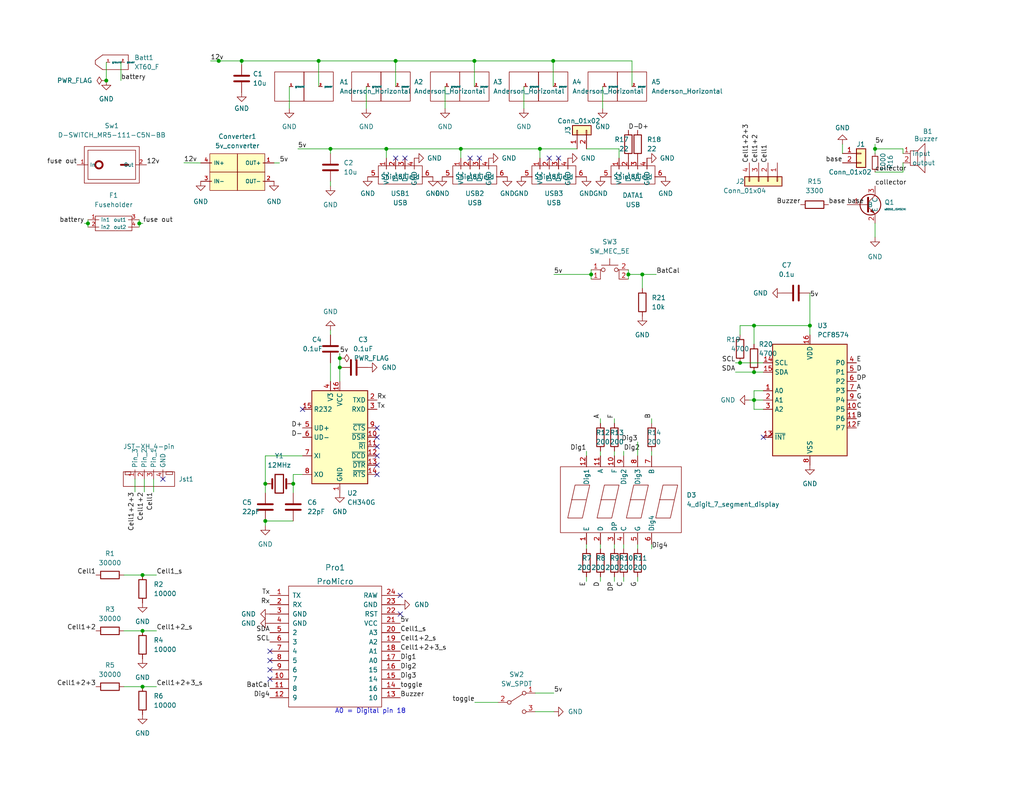
<source format=kicad_sch>
(kicad_sch (version 20230121) (generator eeschema)
  (paper "USLetter")
  (title_block (title "Power Distribution Board") (rev "1") (company "Pioneers in Engineering") (comment 1 "Design By: Justin H."))
  (lib_symbols
    (symbol "5v_converter_1"
      (property "Reference" "U" (at 0 8.5 0))
      (property "Value" "5v_converter_1" (at 0.5 6.5 0))
      (symbol "5v_converter_1_0_0"
        (pin passive line (at 10 2.5 180) (length 3) (name "OUT+") (number "1"))
        (pin passive line (at 10 -2.5 180) (length 3) (name "OUT-") (number "2"))
        (pin passive line (at -10 -2.5 0) (length 3) (name "IN-") (number "3"))
        (pin passive line (at -10 2.5 0) (length 3) (name "IN+") (number "4"))
      )
      (symbol "5v_converter_1_0_1"
        (rectangle (start 0 0) (end -7.5 -5) (fill (type background)))
        (rectangle (start 0 0) (end 7.5 -5) (fill (type background)))
        (rectangle (start 0 5) (end -7.5 0) (fill (type background)))
        (rectangle (start 0 5) (end 7.5 0) (fill (type background)))
      )
    )
    (symbol "Connector_Generic:Conn_01x02" (pin_names (offset 1.016) hide)
      (property "Reference" "J" (at 0 2.54 0))
      (property "Value" "Conn_01x02" (at 0 -5.08 0))
      (symbol "Conn_01x02_1_1"
        (rectangle (start -1.27 -2.413) (end 0 -2.667) (stroke (width 0.1524)))
        (rectangle (start -1.27 0.127) (end 0 -0.127) (stroke (width 0.1524)))
        (rectangle (start -1.27 1.27) (end 1.27 -3.81) (stroke (width 0.254)) (fill (type background)))
        (pin passive line (at -5.08 0 0) (length 3.81) (name "Pin_1") (number "1"))
        (pin passive line (at -5.08 -2.54 0) (length 3.81) (name "Pin_2") (number "2"))
      )
    )
    (symbol "Connector_Generic:Conn_01x04" (pin_names (offset 1.016) hide)
      (property "Reference" "J" (at 0 5.08 0))
      (property "Value" "Conn_01x04" (at 0 -7.62 0))
      (symbol "Conn_01x04_1_1"
        (rectangle (start -1.27 -4.953) (end 0 -5.207) (stroke (width 0.1524)))
        (rectangle (start -1.27 -2.413) (end 0 -2.667) (stroke (width 0.1524)))
        (rectangle (start -1.27 0.127) (end 0 -0.127) (stroke (width 0.1524)))
        (rectangle (start -1.27 2.667) (end 0 2.413) (stroke (width 0.1524)))
        (rectangle (start -1.27 3.81) (end 1.27 -6.35) (stroke (width 0.254)) (fill (type background)))
        (pin passive line (at -5.08 2.54 0) (length 3.81) (name "Pin_1") (number "1"))
        (pin passive line (at -5.08 0 0) (length 3.81) (name "Pin_2") (number "2"))
        (pin passive line (at -5.08 -2.54 0) (length 3.81) (name "Pin_3") (number "3"))
        (pin passive line (at -5.08 -5.08 0) (length 3.81) (name "Pin_4") (number "4"))
      )
    )
    (symbol "Device:C" (pin_numbers hide) (pin_names (offset 0.254))
      (property "Reference" "C" (at 0.635 2.54 0))
      (property "Value" "C" (at 0.635 -2.54 0))
      (symbol "C_0_1"
        (polyline (pts (xy -2.032 -0.762) (xy 2.032 -0.762)) (stroke (width 0.508)))
        (polyline (pts (xy -2.032 0.762) (xy 2.032 0.762)) (stroke (width 0.508)))
      )
      (symbol "C_1_1"
        (pin passive line (at 0 3.81 270) (length 2.794) (name "~") (number "1"))
        (pin passive line (at 0 -3.81 90) (length 2.794) (name "~") (number "2"))
      )
    )
    (symbol "Device:Crystal" (pin_numbers hide) (pin_names (offset 1.016) hide)
      (property "Reference" "Y" (at 0 3.81 0))
      (property "Value" "Crystal" (at 0 -3.81 0))
      (symbol "Crystal_0_1"
        (rectangle (start -1.143 2.54) (end 1.143 -2.54) (stroke (width 0.3048)))
        (polyline (pts (xy -2.54 0) (xy -1.905 0)))
        (polyline (pts (xy -1.905 -1.27) (xy -1.905 1.27)) (stroke (width 0.508)))
        (polyline (pts (xy 1.905 -1.27) (xy 1.905 1.27)) (stroke (width 0.508)))
        (polyline (pts (xy 2.54 0) (xy 1.905 0)))
      )
      (symbol "Crystal_1_1"
        (pin passive line (at -3.81 0 0) (length 1.27) (name "1") (number "1"))
        (pin passive line (at 3.81 0 180) (length 1.27) (name "2") (number "2"))
      )
    )
    (symbol "Device:R" (pin_numbers hide) (pin_names (offset 0))
      (property "Reference" "R" (at 2.032 0 90))
      (property "Value" "R" (at 0 0 90))
      (symbol "R_0_1"
        (rectangle (start -1.016 -2.54) (end 1.016 2.54) (stroke (width 0.254)))
      )
      (symbol "R_1_1"
        (pin passive line (at 0 3.81 270) (length 1.27) (name "~") (number "1"))
        (pin passive line (at 0 -3.81 90) (length 1.27) (name "~") (number "2"))
      )
    )
    (symbol "Device:R_Small" (pin_numbers hide) (pin_names (offset 0.254) hide)
      (property "Reference" "R" (at 0.762 0.508 0))
      (property "Value" "R_Small" (at 0.762 -1.016 0))
      (symbol "R_Small_0_1"
        (rectangle (start -0.762 1.778) (end 0.762 -1.778) (stroke (width 0.2032)))
      )
      (symbol "R_Small_1_1"
        (pin passive line (at 0 2.54 270) (length 0.762) (name "~") (number "1"))
        (pin passive line (at 0 -2.54 90) (length 0.762) (name "~") (number "2"))
      )
    )
    (symbol "GND_3" (power) (pin_names (offset 0))
      (property "Value" "GND_3" (at 0 -3.81 0))
      (symbol "GND_3_0_1"
        (polyline (pts (xy 0 0) (xy 0 -1.27) (xy 1.27 -1.27) (xy 0 -2.54) (xy -1.27 -1.27) (xy 0 -1.27)))
      )
      (symbol "GND_3_1_1"
        (pin power_in line (at 0 0 270) (length 0) hide (name "GND") (number "1"))
      )
    )
    (symbol "Interface_Expansion:PCF8574"
      (property "Reference" "U" (at -8.89 16.51 0))
      (property "Value" "PCF8574" (at 2.54 16.51 0))
      (symbol "PCF8574_0_1"
        (rectangle (start -10.16 15.24) (end 10.16 -15.24) (stroke (width 0.254)) (fill (type background)))
      )
      (symbol "PCF8574_1_1"
        (pin input line (at -12.7 2.54 0) (length 2.54) (name "A0") (number "1"))
        (pin bidirectional line (at 12.7 -2.54 180) (length 2.54) (name "P5") (number "10"))
        (pin bidirectional line (at 12.7 -5.08 180) (length 2.54) (name "P6") (number "11"))
        (pin bidirectional line (at 12.7 -7.62 180) (length 2.54) (name "P7") (number "12"))
        (pin open_collector output_low (at -12.7 -10.16 0) (length 2.54) (name "~{INT}") (number "13"))
        (pin input line (at -12.7 10.16 0) (length 2.54) (name "SCL") (number "14"))
        (pin bidirectional line (at -12.7 7.62 0) (length 2.54) (name "SDA") (number "15"))
        (pin power_in line (at 0 17.78 270) (length 2.54) (name "VDD") (number "16"))
        (pin input line (at -12.7 0 0) (length 2.54) (name "A1") (number "2"))
        (pin input line (at -12.7 -2.54 0) (length 2.54) (name "A2") (number "3"))
        (pin bidirectional line (at 12.7 10.16 180) (length 2.54) (name "P0") (number "4"))
        (pin bidirectional line (at 12.7 7.62 180) (length 2.54) (name "P1") (number "5"))
        (pin bidirectional line (at 12.7 5.08 180) (length 2.54) (name "P2") (number "6"))
        (pin bidirectional line (at 12.7 2.54 180) (length 2.54) (name "P3") (number "7"))
        (pin power_in line (at 0 -17.78 90) (length 2.54) (name "VSS") (number "8"))
        (pin bidirectional line (at 12.7 0 180) (length 2.54) (name "P4") (number "9"))
      )
    )
    (symbol "Interface_USB:CH340G"
      (property "Reference" "U" (at -5.08 13.97 0))
      (property "Value" "CH340G" (at 1.27 13.97 0))
      (symbol "CH340G_0_1"
        (rectangle (start -7.62 12.7) (end 7.62 -12.7) (stroke (width 0.254)) (fill (type background)))
      )
      (symbol "CH340G_1_1"
        (pin power_in line (at 0 -15.24 90) (length 2.54) (name "GND") (number "1"))
        (pin input line (at 10.16 0 180) (length 2.54) (name "~{DSR}") (number "10"))
        (pin input line (at 10.16 -2.54 180) (length 2.54) (name "~{RI}") (number "11"))
        (pin input line (at 10.16 -5.08 180) (length 2.54) (name "~{DCD}") (number "12"))
        (pin output line (at 10.16 -7.62 180) (length 2.54) (name "~{DTR}") (number "13"))
        (pin output line (at 10.16 -10.16 180) (length 2.54) (name "~{RTS}") (number "14"))
        (pin input line (at -10.16 7.62 0) (length 2.54) (name "R232") (number "15"))
        (pin power_in line (at 0 15.24 270) (length 2.54) (name "VCC") (number "16"))
        (pin output line (at 10.16 10.16 180) (length 2.54) (name "TXD") (number "2"))
        (pin input line (at 10.16 7.62 180) (length 2.54) (name "RXD") (number "3"))
        (pin passive line (at -2.54 15.24 270) (length 2.54) (name "V3") (number "4"))
        (pin bidirectional line (at -10.16 2.54 0) (length 2.54) (name "UD+") (number "5"))
        (pin bidirectional line (at -10.16 0 0) (length 2.54) (name "UD-") (number "6"))
        (pin input line (at -10.16 -5.08 0) (length 2.54) (name "XI") (number "7"))
        (pin output line (at -10.16 -10.16 0) (length 2.54) (name "XO") (number "8"))
        (pin input line (at 10.16 2.54 180) (length 2.54) (name "~{CTS}") (number "9"))
      )
    )
    (symbol "PiE_Symbols:4_digit_7_segment_display"
      (property "Reference" "D" (at 30 -2 0))
      (property "Value" "4_digit_7_segment_display" (at 30 1 0))
      (symbol "4_digit_7_segment_display_0_1"
        (rectangle (start -16 11) (end 17 -7))
        (polyline (pts (xy -9 2) (xy -13 2)))
        (polyline (pts (xy -1 2) (xy -5 2)))
        (polyline (pts (xy 7 2) (xy 3 2)))
        (polyline (pts (xy 15 2) (xy 11 2)))
        (polyline (pts (xy -12 6) (xy -8 6) (xy -10 -3) (xy -14 -3) (xy -12 6)))
        (polyline (pts (xy -4 6) (xy 0 6) (xy -2 -3) (xy -6 -3) (xy -4 6)))
        (polyline (pts (xy 4 6) (xy 8 6) (xy 6 -3) (xy 2 -3) (xy 4 6)))
        (polyline (pts (xy 12 6) (xy 16 6) (xy 14 -3) (xy 10 -3) (xy 12 6)))
      )
      (symbol "4_digit_7_segment_display_1_1"
        (pin passive line (at -8.89 -10.16 90) (length 3) (name "E") (number "1"))
        (pin passive line (at -1.27 13.97 270) (length 3) (name "F") (number "10"))
        (pin passive line (at -5.08 13.97 270) (length 3) (name "A") (number "11"))
        (pin passive line (at -8.89 13.97 270) (length 3) (name "Dig1") (number "12"))
        (pin passive line (at -5.08 -10.16 90) (length 3) (name "D") (number "2"))
        (pin passive line (at -1.27 -10.16 90) (length 3) (name "DP") (number "3"))
        (pin passive line (at 1.27 -10.16 90) (length 3) (name "C") (number "4"))
        (pin passive line (at 5.08 -10.16 90) (length 3) (name "G") (number "5"))
        (pin passive line (at 8.89 -10.16 90) (length 3) (name "Dig4") (number "6"))
        (pin passive line (at 8.89 13.97 270) (length 3) (name "B") (number "7"))
        (pin passive line (at 5.08 13.97 270) (length 3) (name "Dig3") (number "8"))
        (pin passive line (at 1.27 13.97 270) (length 3) (name "Dig2") (number "9"))
      )
    )
    (symbol "PiE_Symbols:Anderson_Horizontal"
      (property "Reference" "U" (at 0 4.54 0))
      (property "Value" "Anderson_Horizontal" (at 0 2 0))
      (symbol "Anderson_Horizontal_0_1"
        (rectangle (start 0 0) (end -8 -8))
        (rectangle (start 0 0) (end 8 -8))
      )
      (symbol "Anderson_Horizontal_1_1"
        (pin passive line (at -4 -4 0) (length 1) (name "ground") (number "1"))
        (pin passive line (at 4 -4 0) (length 1) (name "power") (number "2"))
      )
    )
    (symbol "PiE_Symbols:Buzzer"
      (property "Reference" "B" (at 0 9 0))
      (property "Value" "Buzzer" (at 0 11 0))
      (symbol "Buzzer_0_1"
        (rectangle (start -2 4) (end 2 2))
        (polyline (pts (xy -2 4) (xy -4 6) (xy 4 6) (xy 2 4)))
      )
      (symbol "Buzzer_1_1"
        (pin passive line (at -1.27 0 90) (length 2) (name "input") (number "1"))
        (pin passive line (at 1.27 0 90) (length 2) (name "output") (number "2"))
      )
    )
    (symbol "PiE_Symbols:D-SWITCH_MR5-111-C5N-BB"
      (property "Reference" "Sw" (at 0 6 0))
      (property "Value" "D-SWITCH_MR5-111-C5N-BB" (at 0 8 0))
      (symbol "D-SWITCH_MR5-111-C5N-BB_0_1"
        (rectangle (start -7 5) (end 8 -5))
        (rectangle (start -6 4) (end 7 -4))
        (circle (center -3 0) (radius 1) (stroke (width 0.5)))
        (polyline (pts (xy 3 0) (xy 5 0)) (stroke (width 0.5)))
      )
      (symbol "D-SWITCH_MR5-111-C5N-BB_1_1"
        (pin passive line (at -9 0 0) (length 3) (name "In") (number "1"))
        (pin passive line (at 10 0 180) (length 3) (name "Out") (number "2"))
      )
    )
    (symbol "PiE_Symbols:Fuseholder"
      (property "Reference" "F" (at 0 3 0))
      (property "Value" "Fuseholder" (at 0 5 0))
      (symbol "Fuseholder_0_0"
        (rectangle (start -5 2) (end 5 -2))
      )
      (symbol "Fuseholder_1_1"
        (pin passive line (at -7 1 0) (length 3) (name "in1") (number "1"))
        (pin passive line (at -7 -1 0) (length 3) (name "in2") (number "2"))
        (pin passive line (at 7 1 180) (length 3) (name "out1") (number "3"))
        (pin passive line (at 7 -1 180) (length 3) (name "out2") (number "4"))
      )
    )
    (symbol "PiE_Symbols:JST-XH_4-pin"
      (property "Reference" "Jst" (at 0 -10.16 0))
      (property "Value" "JST-XH_4-pin" (at 1.27 -8.89 0))
      (symbol "JST-XH_4-pin_0_1"
        (rectangle (start -7 2) (end 7 -2))
        (rectangle (start -6.5 2) (end -4.95 1.2))
        (rectangle (start 4.65 2) (end 6.45 1.25))
      )
      (symbol "JST-XH_4-pin_1_1"
        (pin passive line (at -3.81 0 90) (length 2.54) (name "Pin_3") (number "1"))
        (pin passive line (at -1.27 0 90) (length 2.54) (name "Pin_2") (number "2"))
        (pin passive line (at 1.27 0 90) (length 2.54) (name "Pin_1") (number "3"))
        (pin input line (at 3.81 0 90) (length 2.54) (name "GND") (number "4"))
      )
    )
    (symbol "PiE_Symbols:ProMicro" (pin_names (offset 1.016))
      (property "Reference" "U" (at 0 24.13 0))
      (property "Value" "ProMicro" (at 0 -13.97 0))
      (symbol "ProMicro_0_1"
        (rectangle (start -12.7 21.59) (end 12.7 -11.43))
      )
      (symbol "ProMicro_1_1"
        (pin bidirectional line (at -17.78 19.05 0) (length 5.08) (name "TX") (number "1"))
        (pin bidirectional line (at -17.78 -3.81 0) (length 5.08) (name "7") (number "10"))
        (pin bidirectional line (at -17.78 -6.35 0) (length 5.08) (name "8") (number "11"))
        (pin bidirectional line (at -17.78 -8.89 0) (length 5.08) (name "9") (number "12"))
        (pin bidirectional line (at 17.78 -8.89 180) (length 5.08) (name "10") (number "13"))
        (pin bidirectional line (at 17.78 -6.35 180) (length 5.08) (name "16") (number "14"))
        (pin bidirectional line (at 17.78 -3.81 180) (length 5.08) (name "14") (number "15"))
        (pin bidirectional line (at 17.78 -1.27 180) (length 5.08) (name "15") (number "16"))
        (pin bidirectional line (at 17.78 1.27 180) (length 5.08) (name "A0") (number "17"))
        (pin bidirectional line (at 17.78 3.81 180) (length 5.08) (name "A1") (number "18"))
        (pin bidirectional line (at 17.78 6.35 180) (length 5.08) (name "A2") (number "19"))
        (pin bidirectional line (at -17.78 16.51 0) (length 5.08) (name "RX") (number "2"))
        (pin bidirectional line (at 17.78 8.89 180) (length 5.08) (name "A3") (number "20"))
        (pin power_in line (at 17.78 11.43 180) (length 5.08) (name "VCC") (number "21"))
        (pin input line (at 17.78 13.97 180) (length 5.08) (name "RST") (number "22"))
        (pin power_in line (at 17.78 16.51 180) (length 5.08) (name "GND") (number "23"))
        (pin power_out line (at 17.78 19.05 180) (length 5.08) (name "RAW") (number "24"))
        (pin power_in line (at -17.78 13.97 0) (length 5.08) (name "GND") (number "3"))
        (pin power_in line (at -17.78 11.43 0) (length 5.08) (name "GND") (number "4"))
        (pin bidirectional line (at -17.78 8.89 0) (length 5.08) (name "2") (number "5"))
        (pin bidirectional line (at -17.78 6.35 0) (length 5.08) (name "3") (number "6"))
        (pin bidirectional line (at -17.78 3.81 0) (length 5.08) (name "4") (number "7"))
        (pin bidirectional line (at -17.78 1.27 0) (length 5.08) (name "5") (number "8"))
        (pin bidirectional line (at -17.78 -1.27 0) (length 5.08) (name "6") (number "9"))
      )
    )
    (symbol "PiE_Symbols:USB_Type_A_903-331A1011D10100"
      (property "Reference" "USB" (at 0 10 0))
      (property "Value" "USB_Type_A_903-331A1011D10100" (at 1 12 0))
      (symbol "USB_Type_A_903-331A1011D10100_0_1"
        (rectangle (start -6 2) (end 6 -3))
      )
      (symbol "USB_Type_A_903-331A1011D10100_1_1"
        (pin passive line (at 3.81 -5.08 90) (length 3) (name "VCC") (number "1"))
        (pin passive line (at 1.27 -5.08 90) (length 3) (name "D-") (number "2"))
        (pin passive line (at -1.27 -5.08 90) (length 3) (name "D+") (number "3"))
        (pin passive line (at -3.81 -5.08 90) (length 3) (name "GND") (number "4"))
        (pin passive line (at 8.89 0 180) (length 3) (name "Shield") (number "5"))
        (pin passive line (at -8.89 0 0) (length 3) (name "Shield") (number "6"))
      )
    )
    (symbol "PiE_Symbols:XT60_F"
      (property "Reference" "U" (at 0 3.81 0))
      (property "Value" "XT60_F" (at 0 1.27 0))
      (symbol "XT60_F_0_1"
        (polyline (pts (xy -5 -1.5) (xy -5 -2.5)))
        (polyline (pts (xy -5 -1.5) (xy -3 0)))
        (polyline (pts (xy -3 -4) (xy -5 -2.5)))
        (polyline (pts (xy -3 -4) (xy 4 -4)))
        (polyline (pts (xy 4 -4) (xy 4 0)))
        (polyline (pts (xy 4 0) (xy -3 0)))
      )
      (symbol "XT60_F_1_1"
        (pin passive line (at -2 -2 0) (length 1) (name "ground") (number "1"))
        (pin passive line (at 2 -2 0) (length 1) (name "power") (number "2"))
      )
    )
    (symbol "PiE_Symbols:s8050_JSMSEMI"
      (property "Reference" "Q" (at -3.5 3 0))
      (property "Value" "s8050_JSMSEMI" (at -4.5 -3.5 0))
      (symbol "s8050_JSMSEMI_0_1"
        (polyline (pts (xy -0.92 -0.5) (xy -0.285 -0.5)))
        (polyline (pts (xy -0.285 0.135) (xy 1.62 2.04)))
        (polyline (pts (xy -0.285 -1.135) (xy 1.62 -3.04) (xy 1.62 -3.04)))
        (polyline (pts (xy -0.285 1.405) (xy -0.285 -2.405) (xy -0.285 -2.405)) (stroke (width 0.508)))
        (polyline (pts (xy 0.35 -2.278) (xy 0.858 -1.77) (xy 1.366 -2.786) (xy 0.35 -2.278) (xy 0.35 -2.278)) (fill (type outline)))
        (circle (center 0.35 -0.5) (radius 2.8194) (stroke (width 0.254)))
      )
      (symbol "s8050_JSMSEMI_1_1"
        (pin input line (at -6 -0.5 0) (length 5.08) (name "B") (number "1"))
        (pin passive line (at 1.62 -5.58 90) (length 2.54) (name "E") (number "2"))
        (pin passive line (at 1.62 4.58 270) (length 2.54) (name "C") (number "3"))
      )
    )
    (symbol "Switch:SW_MEC_5E" (pin_names (offset 1.016) hide)
      (property "Reference" "SW3" (at 0 10.16 0))
      (property "Value" "SW_MEC_5E" (at 0 7.62 0))
      (symbol "SW_MEC_5E_0_1"
        (circle (center -1.778 2.54) (radius 0.508))
        (polyline (pts (xy -2.286 3.81) (xy 2.286 3.81)))
        (polyline (pts (xy 0 3.81) (xy 0 5.588)))
        (polyline (pts (xy -2.54 0) (xy -2.54 2.54) (xy -2.286 2.54)))
        (polyline (pts (xy 2.54 0) (xy 2.54 2.54) (xy 2.286 2.54)))
        (circle (center 1.778 2.54) (radius 0.508))
        (pin passive line (at -5.08 2.54 0) (length 2.54) (name "1") (number "1"))
      )
      (symbol "SW_MEC_5E_1_1"
        (pin passive line (at -5.08 0 0) (length 2.54) (name "2") (number "1"))
        (pin passive line (at 5.08 2.54 180) (length 2.54) (name "A") (number "2"))
        (pin passive line (at 5.08 0 180) (length 2.54) (name "K") (number "2"))
      )
    )
    (symbol "Switch:SW_SPDT" (pin_names (offset 0) hide)
      (property "Reference" "SW" (at 0 4.318 0))
      (property "Value" "SW_SPDT" (at 0 -5.08 0))
      (symbol "SW_SPDT_0_0"
        (circle (center -2.032 0) (radius 0.508))
        (circle (center 2.032 -2.54) (radius 0.508))
      )
      (symbol "SW_SPDT_0_1"
        (polyline (pts (xy -1.524 0.254) (xy 1.651 2.286)))
        (circle (center 2.032 2.54) (radius 0.508))
      )
      (symbol "SW_SPDT_1_1"
        (pin passive line (at 5.08 2.54 180) (length 2.54) (name "A") (number "1"))
        (pin passive line (at -5.08 0 0) (length 2.54) (name "B") (number "2"))
        (pin passive line (at 5.08 -2.54 180) (length 2.54) (name "C") (number "3"))
      )
    )
    (symbol "USB_Type_A_903-331A1011D10100_1"
      (property "Reference" "USB" (at 0 10 0))
      (property "Value" "USB_Type_A_903-331A1011D10100_1" (at 1 12 0))
      (symbol "USB_Type_A_903-331A1011D10100_1_0_1"
        (rectangle (start -6 2) (end 6 -3))
      )
      (symbol "USB_Type_A_903-331A1011D10100_1_1_1"
        (pin passive line (at 3.81 -5.08 90) (length 3) (name "VCC") (number "1"))
        (pin passive line (at 1.27 -5.08 90) (length 3) (name "D-") (number "2"))
        (pin passive line (at -1.27 -5.08 90) (length 3) (name "D+") (number "3"))
        (pin passive line (at -3.81 -5.08 90) (length 3) (name "GND") (number "4"))
        (pin passive line (at 8.89 0 180) (length 3) (name "Shield") (number "5"))
        (pin passive line (at -8.89 0 0) (length 3) (name "Shield") (number "6"))
      )
    )
    (symbol "USB_Type_A_903-331A1011D10100_2"
      (property "Reference" "USB" (at 0 10 0))
      (property "Value" "USB_Type_A_903-331A1011D10100_2" (at 1 12 0))
      (symbol "USB_Type_A_903-331A1011D10100_2_0_1"
        (rectangle (start -6 2) (end 6 -3))
      )
      (symbol "USB_Type_A_903-331A1011D10100_2_1_1"
        (pin passive line (at 3.81 -5.08 90) (length 3) (name "VCC") (number "1"))
        (pin passive line (at 1.27 -5.08 90) (length 3) (name "D-") (number "2"))
        (pin passive line (at -1.27 -5.08 90) (length 3) (name "D+") (number "3"))
        (pin passive line (at -3.81 -5.08 90) (length 3) (name "GND") (number "4"))
        (pin passive line (at 8.89 0 180) (length 3) (name "Shield") (number "5"))
        (pin passive line (at -8.89 0 0) (length 3) (name "Shield") (number "6"))
      )
    )
    (symbol "USB_Type_A_903-331A1011D10100_3"
      (property "Reference" "USB" (at 0 10 0))
      (property "Value" "USB_Type_A_903-331A1011D10100_3" (at 1 12 0))
      (symbol "USB_Type_A_903-331A1011D10100_3_0_1"
        (rectangle (start -6 2) (end 6 -3))
      )
      (symbol "USB_Type_A_903-331A1011D10100_3_1_1"
        (pin passive line (at 3.81 -5.08 90) (length 3) (name "VCC") (number "1"))
        (pin passive line (at 1.27 -5.08 90) (length 3) (name "D-") (number "2"))
        (pin passive line (at -1.27 -5.08 90) (length 3) (name "D+") (number "3"))
        (pin passive line (at -3.81 -5.08 90) (length 3) (name "GND") (number "4"))
        (pin passive line (at 8.89 0 180) (length 3) (name "Shield") (number "5"))
        (pin passive line (at -8.89 0 0) (length 3) (name "Shield") (number "6"))
      )
    )
    (symbol "power:GND" (power) (pin_names (offset 0))
      (property "Value" "GND" (at 0 -3.81 0))
      (symbol "GND_0_1"
        (polyline (pts (xy 0 0) (xy 0 -1.27) (xy 1.27 -1.27) (xy 0 -2.54) (xy -1.27 -1.27) (xy 0 -1.27)))
      )
      (symbol "GND_1_1"
        (pin power_in line (at 0 0 270) (length 0) hide (name "GND") (number "1"))
      )
    )
    (symbol "power:PWR_FLAG" (power) (pin_numbers hide) (pin_names (offset 0) hide)
      (property "Value" "PWR_FLAG" (at 0 3.81 0))
      (symbol "PWR_FLAG_0_0"
        (pin power_out line (at 0 0 90) (length 0) (name "pwr") (number "1"))
      )
      (symbol "PWR_FLAG_0_1"
        (polyline (pts (xy 0 0) (xy 0 1.27) (xy -1.016 1.905) (xy 0 2.54) (xy 1.016 1.905) (xy 0 1.27)))
      )
    )
  )
  (junction (at 238.76 40.64))
  (junction (at 38 61))
  (junction (at 205.74 101.6))
  (junction (at 38.89 157))
  (junction (at 220.98 88.9))
  (junction (at 125.73 40.64))
  (junction (at 65.94 16.63))
  (junction (at 86.94 16.63))
  (junction (at 161.29 74.93))
  (junction (at 105.41 40.64))
  (junction (at 38.89 172.24))
  (junction (at 24 61))
  (junction (at 72.39 142.24))
  (junction (at 205.74 109.22))
  (junction (at 175.26 74.93))
  (junction (at 129.44 16.63))
  (junction (at 107.94 16.63))
  (junction (at 150.94 16.63))
  (junction (at 92.71 97.79))
  (junction (at 92.71 100.33))
  (junction (at 59.69 16.63))
  (junction (at 205.74 88.9))
  (junction (at 171.45 74.93))
  (junction (at 38.89 187.48))
  (junction (at 201.93 99.06))
  (junction (at 29 22))
  (junction (at 80.01 132.08))
  (junction (at 90.17 40.64))
  (junction (at 72.39 132.08))
  (junction (at 147.32 40.64))
  (no_connect (at 102.87 119.38))
  (no_connect (at 149.86 43.18))
  (no_connect (at 102.87 121.92))
  (no_connect (at 128.27 43.18))
  (no_connect (at 102.87 127))
  (no_connect (at 102.87 129.54))
  (no_connect (at 44.45 130.81))
  (no_connect (at 107.95 43.18))
  (no_connect (at 110.49 43.18))
  (no_connect (at 152.4 43.18))
  (no_connect (at 109.22 162.56))
  (no_connect (at 109.22 167.64))
  (no_connect (at 130.81 43.18))
  (no_connect (at 208.28 119.38))
  (no_connect (at 102.87 116.84))
  (no_connect (at 102.87 124.46))
  (no_connect (at 82.55 111.76))
  (no_connect (at 73.66 177.8))
  (no_connect (at 73.66 180.34))
  (no_connect (at 73.66 182.88))
  (no_connect (at 73.66 185.42))
  (wire (pts (xy 246.38 41.91) (xy 246.38 40.64)))
  (wire (pts (xy 177.8 123.19) (xy 177.8 124.46)))
  (wire (pts (xy 170.18 123.19) (xy 170.18 124.46)))
  (wire (pts (xy 92.71 96.52) (xy 92.71 97.79)))
  (wire (pts (xy 175.26 74.93) (xy 179.07 74.93)))
  (wire (pts (xy 105.41 40.64) (xy 125.73 40.64)))
  (wire (pts (xy 78.94 23.63) (xy 78.94 29.63)))
  (wire (pts (xy 90.17 40.64) (xy 105.41 40.64)))
  (wire (pts (xy 38 60) (xy 38 61)))
  (wire (pts (xy 72.39 132.08) (xy 72.39 134.62)))
  (wire (pts (xy 147.32 40.64) (xy 147.32 43.18)))
  (wire (pts (xy 163.83 123.19) (xy 163.83 124.46)))
  (wire (pts (xy 200.66 101.6) (xy 205.74 101.6)))
  (wire (pts (xy 39.37 130.81) (xy 39.37 134.31)))
  (wire (pts (xy 90.17 99.06) (xy 90.17 104.14)))
  (wire (pts (xy 86.94 16.63) (xy 86.94 23.63)))
  (wire (pts (xy 86.94 16.63) (xy 107.94 16.63)))
  (wire (pts (xy 41.91 130.81) (xy 41.91 134.31)))
  (wire (pts (xy 205.74 106.68) (xy 208.28 106.68)))
  (wire (pts (xy 177.8 148.59) (xy 177.8 149.86)))
  (wire (pts (xy 160.02 123.19) (xy 160.02 124.46)))
  (wire (pts (xy 173.99 148.59) (xy 173.99 149.86)))
  (wire (pts (xy 50.18 44.44) (xy 54.77 44.49)))
  (wire (pts (xy 129.54 191.77) (xy 135.89 191.77)))
  (wire (pts (xy 125.73 40.64) (xy 147.32 40.64)))
  (wire (pts (xy 164.44 23.63) (xy 164.44 29.63)))
  (wire (pts (xy 205.74 88.9) (xy 220.98 88.9)))
  (wire (pts (xy 38 61) (xy 38 62)))
  (wire (pts (xy 82.55 124.46) (xy 72.39 124.46)))
  (wire (pts (xy 57.44 16.63) (xy 59.69 16.63)))
  (wire (pts (xy 38.89 187.48) (xy 42.7 187.48)))
  (wire (pts (xy 163.83 114.3) (xy 163.83 115.57)))
  (wire (pts (xy 163.83 157.48) (xy 163.83 158.75)))
  (wire (pts (xy 65.94 16.63) (xy 65.94 17.63)))
  (wire (pts (xy 90.17 91.44) (xy 90.17 90.17)))
  (wire (pts (xy 90.17 49.53) (xy 90.17 50.8)))
  (wire (pts (xy 246.38 44.45) (xy 246.38 46.99)))
  (wire (pts (xy 65.94 25.25) (xy 65.94 25.19)))
  (wire (pts (xy 151.13 74.93) (xy 161.29 74.93)))
  (wire (pts (xy 238.76 39.37) (xy 238.76 40.64)))
  (wire (pts (xy 107.94 16.63) (xy 129.44 16.63)))
  (wire (pts (xy 92.71 97.79) (xy 92.71 100.33)))
  (wire (pts (xy 107.94 16.63) (xy 107.94 23.63)))
  (wire (pts (xy 147.32 40.64) (xy 157.48 40.64)))
  (wire (pts (xy 160.02 148.59) (xy 160.02 149.86)))
  (wire (pts (xy 59.69 16.51) (xy 59.69 16.63)))
  (wire (pts (xy 168.91 40.64) (xy 168.91 43.18)))
  (wire (pts (xy 220.98 88.9) (xy 220.98 91.44)))
  (wire (pts (xy 72.39 124.46) (xy 72.39 132.08)))
  (wire (pts (xy 238.76 40.64) (xy 246.38 40.64)))
  (wire (pts (xy 33.81 172.24) (xy 38.89 172.24)))
  (wire (pts (xy 201.93 99.06) (xy 208.28 99.06)))
  (wire (pts (xy 24 61) (xy 24 62)))
  (wire (pts (xy 205.74 109.22) (xy 205.74 111.76)))
  (wire (pts (xy 238.76 60.96) (xy 238.76 64.77)))
  (wire (pts (xy 205.74 88.9) (xy 205.74 93.98)))
  (wire (pts (xy 129.44 16.63) (xy 129.44 23.63)))
  (wire (pts (xy 150.94 16.63) (xy 172.44 16.63)))
  (wire (pts (xy 204.47 109.22) (xy 205.74 109.22)))
  (wire (pts (xy 161.29 73.66) (xy 161.29 74.93)))
  (wire (pts (xy 205.74 109.22) (xy 205.74 106.68)))
  (wire (pts (xy 171.45 74.93) (xy 175.26 74.93)))
  (wire (pts (xy 121.44 23.63) (xy 121.44 29.63)))
  (wire (pts (xy 201.93 91.44) (xy 201.93 88.9)))
  (wire (pts (xy 205.74 101.6) (xy 208.28 101.6)))
  (wire (pts (xy 172.44 16.63) (xy 172.44 23.63)))
  (wire (pts (xy 72.39 142.24) (xy 72.39 143.51)))
  (wire (pts (xy 105.41 40.64) (xy 105.41 43.18)))
  (wire (pts (xy 80.01 132.08) (xy 80.01 134.62)))
  (wire (pts (xy 90.17 40.64) (xy 90.17 41.91)))
  (wire (pts (xy 173.99 157.48) (xy 173.99 158.75)))
  (wire (pts (xy 82.55 129.54) (xy 80.01 129.54)))
  (wire (pts (xy 129.44 16.63) (xy 150.94 16.63)))
  (wire (pts (xy 33 17) (xy 33 22)))
  (wire (pts (xy 33.81 157) (xy 38.89 157)))
  (wire (pts (xy 38.89 157) (xy 42.7 157)))
  (wire (pts (xy 125.73 40.64) (xy 125.73 43.18)))
  (wire (pts (xy 205.74 109.22) (xy 208.28 109.22)))
  (wire (pts (xy 72.39 142.24) (xy 80.01 142.24)))
  (wire (pts (xy 161.29 74.93) (xy 161.29 76.2)))
  (wire (pts (xy 173.99 120.65) (xy 173.99 124.46)))
  (wire (pts (xy 92.71 100.33) (xy 92.71 104.14)))
  (wire (pts (xy 146.05 189.23) (xy 151.13 189.23)))
  (wire (pts (xy 160.02 40.64) (xy 168.91 40.64)))
  (wire (pts (xy 81.28 40.64) (xy 90.17 40.64)))
  (wire (pts (xy 146.05 194.31) (xy 151.13 194.31)))
  (wire (pts (xy 170.18 148.59) (xy 170.18 149.86)))
  (wire (pts (xy 160.02 157.48) (xy 160.02 158.75)))
  (wire (pts (xy 150.94 16.63) (xy 150.94 23.63)))
  (wire (pts (xy 38 61) (xy 39 61)))
  (wire (pts (xy 177.8 114.3) (xy 177.8 115.57)))
  (wire (pts (xy 200.66 99.06) (xy 201.93 99.06)))
  (wire (pts (xy 208.28 111.76) (xy 205.74 111.76)))
  (wire (pts (xy 59.69 16.63) (xy 65.94 16.63)))
  (wire (pts (xy 33.81 187.48) (xy 38.89 187.48)))
  (wire (pts (xy 80.01 129.54) (xy 80.01 132.08)))
  (wire (pts (xy 167.64 114.3) (xy 167.64 115.57)))
  (wire (pts (xy 201.93 88.9) (xy 205.74 88.9)))
  (wire (pts (xy 24 60) (xy 24 61)))
  (wire (pts (xy 171.45 73.66) (xy 171.45 74.93)))
  (wire (pts (xy 167.64 123.19) (xy 167.64 124.46)))
  (wire (pts (xy 99.94 23.63) (xy 99.94 29.63)))
  (wire (pts (xy 167.64 157.48) (xy 167.64 158.75)))
  (wire (pts (xy 238.76 46.99) (xy 246.38 46.99)))
  (wire (pts (xy 163.83 148.59) (xy 163.83 149.86)))
  (wire (pts (xy 220.98 80.01) (xy 220.98 88.9)))
  (wire (pts (xy 167.64 148.59) (xy 167.64 149.86)))
  (wire (pts (xy 175.26 74.93) (xy 175.26 78.74)))
  (wire (pts (xy 65.94 16.63) (xy 86.94 16.63)))
  (wire (pts (xy 74.77 44.49) (xy 76.27 44.49)))
  (wire (pts (xy 238.76 40.64) (xy 238.76 41.91)))
  (wire (pts (xy 170.18 157.48) (xy 170.18 158.75)))
  (wire (pts (xy 23 61) (xy 24 61)))
  (wire (pts (xy 29 17) (xy 29 22)))
  (wire (pts (xy 38.89 172.24) (xy 42.7 172.24)))
  (wire (pts (xy 36.83 130.81) (xy 36.83 134.31)))
  (wire (pts (xy 171.45 74.93) (xy 171.45 76.2)))
  (wire (pts (xy 229.87 39.37) (xy 229.87 41.91)))
  (wire (pts (xy 142.94 23.63) (xy 142.94 29.63)))
  (text "A0 = Digital pin 18" (at 91.3556 194.97 0) (effects (font (size 1.27 1.27)) (justify left bottom)))
  (label "A" (at 233.68 106.68 0))
  (label "Rx" (at 73.66 165.1 180))
  (label "E" (at 160.02 158.75 270))
  (label "5v" (at 81.28 40.64 0))
  (label "SCL" (at 200.66 99.06 180))
  (label "B" (at 177.8 114.3 90))
  (label "12v" (at 57.44 16.63 0))
  (label "5v" (at 151.13 74.93 0))
  (label "toggle" (at 129.54 191.77 180))
  (label "Cell1+2+3_s" (at 109.22 177.8 0))
  (label "collector" (at 238.76 50.8 0))
  (label "SCL" (at 73.66 175.26 180))
  (label "5v" (at 238.76 39.37 0))
  (label "B" (at 233.68 114.3 0))
  (label "G" (at 173.99 158.75 270))
  (label "D+" (at 173.99 35.56 0))
  (label "Cell1" (at 41.91 134.31 270))
  (label "Dig2" (at 109.22 182.88 0))
  (label "C" (at 233.68 111.76 0))
  (label "D-" (at 82.55 119.38 180))
  (label "Dig1" (at 109.22 180.34 0))
  (label "DP" (at 233.68 104.14 0))
  (label "Cell1+2+3" (at 204.47 44.45 90))
  (label "toggle" (at 109.22 187.96 0))
  (label "base" (at 226.06 55.88 0))
  (label "12v" (at 50.18 44.44 0))
  (label "5v" (at 220.98 81.28 0))
  (label "battery" (at 33 22 0))
  (label "Cell1_s" (at 42.7 157 0))
  (label "Cell1+2_s" (at 42.7 172.24 0))
  (label "Cell1" (at 209.55 44.45 90))
  (label "Cell1+2+3" (at 36.83 134.31 270))
  (label "base" (at 229.87 44.45 180))
  (label "Dig4" (at 177.8 149.86 0))
  (label "G" (at 233.68 109.22 0))
  (label "Cell1_s" (at 109.22 172.72 0))
  (label "Cell1+2" (at 207.01 44.45 90))
  (label "Buzzer" (at 218.44 55.88 180))
  (label "Dig3" (at 109.22 185.42 0))
  (label "fuse out" (at 21 45 180))
  (label "F" (at 167.64 114.3 90))
  (label "BatCal" (at 179.07 74.93 0))
  (label "5v" (at 109.22 170.18 0))
  (label "Buzzer" (at 109.22 190.5 0))
  (label "D-" (at 171.45 35.56 0))
  (label "Cell1" (at 26.19 157 180))
  (label "Cell1+2" (at 26.19 172.24 180))
  (label "Cell1+2+3" (at 26.19 187.48 180))
  (label "F" (at 233.68 116.84 0))
  (label "fuse out" (at 39 61 0))
  (label "DP" (at 167.64 158.75 270))
  (label "C" (at 170.18 158.75 270))
  (label "Cell1+2" (at 39.37 134.31 270))
  (label "Tx" (at 102.87 111.76 0))
  (label "Dig4" (at 73.66 190.5 180))
  (label "D" (at 163.83 158.75 270))
  (label "SDA" (at 200.66 101.6 180))
  (label "collector" (at 238.76 46.99 0))
  (label "SDA" (at 73.66 172.72 180))
  (label "Cell1+2+3_s" (at 42.7 187.48 0))
  (label "E" (at 233.68 99.06 0))
  (label "Dig1" (at 160.02 123.19 180))
  (label "base" (at 231.14 55.88 0))
  (label "Dig3" (at 173.99 120.65 180))
  (label "D" (at 233.68 101.6 0))
  (label "5v" (at 76.27 44.49 0))
  (label "Tx" (at 73.66 162.56 180))
  (label "battery" (at 23 61 180))
  (label "5v" (at 92.71 96.52 0))
  (label "5v" (at 151.13 189.23 0))
  (label "Dig2" (at 170.18 123.19 0))
  (label "A" (at 163.83 114.3 90))
  (label "BatCal" (at 73.66 187.96 180))
  (label "D+" (at 82.55 116.84 180))
  (label "Cell1+2_s" (at 109.22 175.26 0))
  (label "Rx" (at 102.87 109.22 0))
  (label "12v" (at 40 45 0))
  (symbol (lib_id "Device:R") (at 30 157 90) (unit 1)
    (property "Reference" "R1" (at 30 151.13 90))
    (property "Value" "30000" (at 30 153.67 90))
    (property "Footprint" "Resistor_SMD:R_0603_1608Metric" (effects hide))
  )
  (symbol (lib_id "power:GND") (at 54.77 49.49 0) (unit 1)
    (property "Reference" "#PWR0115" (effects hide))
    (property "Value" "GND" (at 54.77 55.04 0))
  )
  (symbol (lib_id "Device:Crystal") (at 76.2 132.08 0) (unit 1)
    (property "Reference" "Y1" (at 76.2 124.46 0))
    (property "Value" "12MHz" (at 76.2 127 0))
    (property "Footprint" "PiE_Footprints:JYJE S1C12000VWFAC" (effects hide))
  )
  (symbol (lib_id "power:GND") (at 118.11 48.26 0) (unit 1)
    (property "Reference" "#PWR0122" (effects hide))
    (property "Value" "GND" (at 118.11 52.83 0))
  )
  (symbol (lib_id "power:GND") (at 151.13 194.31 90) (unit 1)
    (property "Reference" "#PWR0118" (effects hide))
    (property "Value" "GND" (at 154.94 194.3099 90) (effects (justify right)))
  )
  (symbol (lib_id "Switch:SW_MEC_5E") (at 166.37 76.2 0) (unit 1)
    (property "Reference" "SW3" (at 166.37 66.04 0))
    (property "Value" "SW_MEC_5E" (at 166.37 68.58 0))
    (property "Footprint" "Button_Switch_THT:SW_PUSH_6mm" (effects hide))
    (property "Datasheet" "http://www.apem.com/int/index.php?controller=attachment&id_attachment=1371" (effects hide))
  )
  (symbol (lib_id "Device:R") (at 38.89 176.05 180) (unit 1)
    (property "Reference" "R4" (at 41.91 174.7799 0) (effects (justify right)))
    (property "Value" "10000" (at 41.91 177.3199 0) (effects (justify right)))
    (property "Footprint" "Resistor_SMD:R_0603_1608Metric" (effects hide))
  )
  (symbol (lib_id "power:GND") (at 160.02 48.26 0) (unit 1)
    (property "Reference" "#PWR0114" (effects hide))
    (property "Value" "GND" (at 160.02 52.83 0))
  )
  (symbol (lib_id "Device:R") (at 175.26 82.55 0) (unit 1)
    (property "Reference" "R21" (at 177.8 81.28 0) (effects (justify left)))
    (property "Value" "10k" (at 177.8 83.82 0) (effects (justify left)))
    (property "Footprint" "Resistor_SMD:R_0402_1005Metric" (effects hide))
  )
  (symbol (lib_id "power:GND") (at 65.94 25.19 0) (unit 1)
    (property "Reference" "#PWR0108" (effects hide))
    (property "Value" "GND" (at 65.94 29.6 0))
  )
  (symbol (lib_id "Device:R_Small") (at 238.76 44.45 0) (unit 1)
    (property "Reference" "R16" (at 242.924 44.206 90))
    (property "Value" "1000" (at 240.924 44.206 90))
    (property "Footprint" "Resistor_SMD:R_0603_1608Metric" (effects hide))
  )
  (symbol (lib_id "PiE_Symbols:4_digit_7_segment_display") (at 168.91 138.43 0) (unit 1)
    (property "Reference" "D3" (at 187.31 135.1599 0) (effects (justify left)))
    (property "Value" "4_digit_7_segment_display" (at 187.31 137.6999 0) (effects (justify left)))
    (property "Footprint" "PiE_Footprints:LED-SEG-TH_12P-L30.0-W13.7-P2.54-S10.16-BL" (effects hide))
  )
  (symbol (lib_id "Device:R") (at 38.89 160.81 0) (unit 1)
    (property "Reference" "R2" (at 41.91 159.5399 0) (effects (justify left)))
    (property "Value" "10000" (at 41.91 162.0799 0) (effects (justify left)))
    (property "Footprint" "Resistor_SMD:R_0603_1608Metric" (effects hide))
  )
  (symbol (lib_id "power:GND") (at 164.44 29.63 0) (unit 1)
    (property "Reference" "#PWR0105" (effects hide))
    (property "Value" "GND" (at 164.44 34.58 0))
  )
  (symbol (lib_id "Device:C") (at 90.17 95.25 180) (unit 1)
    (property "Reference" "C4" (at 85.09 92.71 0) (effects (justify right)))
    (property "Value" "0.1uF" (at 82.55 95.25 0) (effects (justify right)))
    (property "Footprint" "Capacitor_SMD:C_0603_1608Metric" (effects hide))
  )
  (symbol (lib_id "Device:R") (at 167.64 153.67 0) (unit 1)
    (property "Reference" "R9" (at 166.37 152.4 0) (effects (justify left)))
    (property "Value" "200" (at 165.1 154.94 0) (effects (justify left)))
    (property "Footprint" "Resistor_SMD:R_0603_1608Metric" (effects hide))
  )
  (symbol (lib_id "Interface_USB:CH340G") (at 92.71 119.38 0) (unit 1)
    (property "Reference" "U2" (at 94.7294 134.62 0) (effects (justify left)))
    (property "Value" "CH340G" (at 94.7294 137.16 0) (effects (justify left)))
    (property "Footprint" "PiE_Footprints:CH340g" (effects hide))
    (property "Datasheet" "http://www.datasheet5.com/pdf-local-2195953" (effects hide))
  )
  (symbol (lib_id "power:GND") (at 163.83 48.26 0) (unit 1)
    (property "Reference" "#PWR0113" (effects hide))
    (property "Value" "GND" (at 163.83 52.83 0))
  )
  (symbol (lib_id "power:GND") (at 120.65 48.26 0) (unit 1)
    (property "Reference" "#PWR0123" (effects hide))
    (property "Value" "GND" (at 120.65 52.83 0))
  )
  (symbol (lib_id "Device:R") (at 173.99 39.37 0) (unit 1)
    (property "Reference" "R18" (at 176.53 38.0999 0) (effects (justify left)))
    (property "Value" "22" (at 176.53 40.6399 0) (effects (justify left)))
    (property "Footprint" "Resistor_SMD:R_0603_1608Metric" (effects hide))
  )
  (symbol (lib_id "power:GND") (at 142.24 48.26 0) (unit 1)
    (property "Reference" "#PWR0129" (effects hide))
    (property "Value" "GND" (at 142.24 52.83 0))
  )
  (symbol (lib_id "PiE_Symbols:D-SWITCH_MR5-111-C5N-BB") (at 30 45 0) (unit 1)
    (property "Reference" "Sw1" (at 30.5 34.332 0))
    (property "Value" "D-SWITCH_MR5-111-C5N-BB" (at 30.5 36.872 0))
    (property "Footprint" "PiE_Footprints:Rocker Switch" (effects hide))
  )
  (symbol (lib_id "power:PWR_FLAG") (at 29 22 90) (unit 1)
    (property "Reference" "#FLG0101" (effects hide))
    (property "Value" "PWR_FLAG" (at 25.2 21.9999 90) (effects (justify left)))
  )
  (symbol (lib_name "USB_Type_A_903-331A1011D10100_2") (lib_id "PiE_Symbols:USB_Type_A_903-331A1011D10100") (at 151.13 48.26 180) (unit 1)
    (property "Reference" "USB3" (at 151.13 52.83 0))
    (property "Value" "USB" (at 151.13 55.37 0))
    (property "Footprint" "PiE_Footprints:USB-A_female" (effects hide))
  )
  (symbol (lib_id "power:GND") (at 73.66 167.64 270) (unit 1)
    (property "Reference" "#PWR0131" (effects hide))
    (property "Value" "GND" (at 69.85 167.6399 90) (effects (justify right)))
  )
  (symbol (lib_id "Interface_Expansion:PCF8574") (at 220.98 109.22 0) (unit 1)
    (property "Reference" "U3" (at 222.9994 88.9 0) (effects (justify left)))
    (property "Value" "PCF8574" (at 222.9994 91.44 0) (effects (justify left)))
    (property "Footprint" "PiE_Footprints:PCF8574T" (effects hide))
    (property "Datasheet" "http://www.nxp.com/documents/data_sheet/PCF8574_PCF8574A.pdf" (effects hide))
  )
  (symbol (lib_id "Device:R") (at 163.83 153.67 0) (unit 1)
    (property "Reference" "R8" (at 162.56 152.4 0) (effects (justify left)))
    (property "Value" "200" (at 161.29 154.94 0) (effects (justify left)))
    (property "Footprint" "Resistor_SMD:R_0603_1608Metric" (effects hide))
  )
  (symbol (lib_id "PiE_Symbols:s8050_JSMSEMI") (at 237.14 55.38 0) (unit 1)
    (property "Reference" "Q1" (at 241.3 55.2449 0) (effects (justify left)))
    (property "Value" "s8050_JSMSEMI" (at 241.3 57.15 0) (effects (font (size 0.5 0.5)) (justify left)))
    (property "Footprint" "PiE_Footprints:s8050 JSMSEMI" (effects hide))
  )
  (symbol (lib_id "power:GND") (at 100.33 100.33 90) (unit 1)
    (property "Reference" "#PWR0136" (effects hide))
    (property "Value" "GND" (at 104.14 100.3299 90) (effects (justify right)))
  )
  (symbol (lib_id "PiE_Symbols:USB_Type_A_903-331A1011D10100") (at 109.22 48.26 180) (unit 1)
    (property "Reference" "USB1" (at 109.22 52.83 0))
    (property "Value" "USB" (at 109.22 55.37 0))
    (property "Footprint" "PiE_Footprints:USB-A_female" (effects hide))
  )
  (symbol (lib_id "PiE_Symbols:Anderson_Horizontal") (at 168.44 19.63 0) (unit 1)
    (property "Reference" "A5" (at 177.74 22.3599 0) (effects (justify left)))
    (property "Value" "Anderson_Horizontal" (at 177.74 24.8999 0) (effects (justify left)))
    (property "Footprint" "PiE_Footprints:anderson_horizontal" (effects hide))
  )
  (symbol (lib_name "USB_Type_A_903-331A1011D10100_3") (lib_id "PiE_Symbols:USB_Type_A_903-331A1011D10100") (at 172.72 48.26 180) (unit 1)
    (property "Reference" "DATA1" (at 172.72 53.34 0))
    (property "Value" "USB" (at 172.72 55.88 0))
    (property "Footprint" "PiE_Footprints:USB-A_female" (effects hide))
  )
  (symbol (lib_id "Device:R") (at 30 187.48 270) (unit 1)
    (property "Reference" "R5" (at 30 181.61 90))
    (property "Value" "30000" (at 30 184.15 90))
    (property "Footprint" "Resistor_SMD:R_0603_1608Metric" (effects hide))
  )
  (symbol (lib_id "Device:R") (at 205.74 97.79 0) (unit 1)
    (property "Reference" "R20" (at 207.01 93.98 0) (effects (justify left)))
    (property "Value" "4700" (at 207.01 96.52 0) (effects (justify left)))
    (property "Footprint" "Resistor_SMD:R_0603_1608Metric" (effects hide))
  )
  (symbol (lib_id "PiE_Symbols:Anderson_Horizontal") (at 125.44 19.63 0) (unit 1)
    (property "Reference" "A3" (at 134.56 22.3599 0) (effects (justify left)))
    (property "Value" "Anderson_Horizontal" (at 134.56 24.8999 0) (effects (justify left)))
    (property "Footprint" "PiE_Footprints:anderson_horizontal" (effects hide))
  )
  (symbol (lib_id "power:GND") (at 220.98 127 0) (unit 1)
    (property "Reference" "#PWR0140" (effects hide))
    (property "Value" "GND" (at 220.98 132.08 0))
  )
  (symbol (lib_id "power:GND") (at 113.03 43.18 90) (unit 1)
    (property "Reference" "#PWR0121" (effects hide))
    (property "Value" "GND" (at 116.51 43.1799 90) (effects (justify right)))
  )
  (symbol (lib_id "power:GND") (at 229.87 39.37 180) (unit 1)
    (property "Reference" "#PWR0133" (effects hide))
    (property "Value" "GND" (at 229.87 34.89 0))
  )
  (symbol (lib_id "Device:R") (at 222.25 55.88 90) (unit 1)
    (property "Reference" "R15" (at 222.25 49.53 90))
    (property "Value" "3300" (at 222.25 52.07 90))
    (property "Footprint" "Resistor_SMD:R_0603_1608Metric" (effects hide))
  )
  (symbol (lib_id "PiE_Symbols:XT60_F") (at 31 15 0) (unit 1)
    (property "Reference" "Batt1" (at 36.63 15.7299 0) (effects (justify left)))
    (property "Value" "XT60_F" (at 36.63 18.2699 0) (effects (justify left)))
    (property "Footprint" "PiE_Footprints:AMASS_XT60-M_1x02_P7.20mm_Vertical" (effects hide))
  )
  (symbol (lib_name "5v_converter_1") (lib_id "PiE_Symbols:5v_converter") (at 64.77 46.99 0) (unit 1)
    (property "Reference" "Converter1" (at 64.77 37.26 0))
    (property "Value" "5v_converter" (at 64.77 39.8 0))
    (property "Footprint" "PiE_Footprints:5v_converter" (effects hide))
  )
  (symbol (lib_id "PiE_Symbols:Anderson_Horizontal") (at 103.94 19.63 0) (unit 1)
    (property "Reference" "A2" (at 112.97 22.3599 0) (effects (justify left)))
    (property "Value" "Anderson_Horizontal" (at 112.97 24.8999 0) (effects (justify left)))
    (property "Footprint" "PiE_Footprints:anderson_horizontal" (effects hide))
  )
  (symbol (lib_id "power:GND") (at 238.76 64.77 0) (unit 1)
    (property "Reference" "#PWR0134" (effects hide))
    (property "Value" "GND" (at 238.76 70.104 0))
  )
  (symbol (lib_id "power:PWR_FLAG") (at 92.71 97.79 270) (unit 1)
    (property "Reference" "#FLG0102" (effects hide))
    (property "Value" "PWR_FLAG" (at 96.52 97.7899 90) (effects (justify left)))
  )
  (symbol (lib_id "Switch:SW_SPDT") (at 140.97 191.77 0) (unit 1)
    (property "Reference" "SW2" (at 140.97 184.15 0))
    (property "Value" "SW_SPDT" (at 140.97 186.69 0))
    (property "Footprint" "PiE_Footprints:DEALON SS-12D01-G3" (effects hide))
  )
  (symbol (lib_id "power:GND") (at 92.71 134.62 0) (unit 1)
    (property "Reference" "#PWR0139" (effects hide))
    (property "Value" "GND" (at 92.71 139.7 0))
  )
  (symbol (lib_id "Device:C") (at 96.52 100.33 90) (unit 1)
    (property "Reference" "C3" (at 99.06 92.71 90))
    (property "Value" "0.1uF" (at 99.06 95.25 90))
    (property "Footprint" "Capacitor_SMD:C_0603_1608Metric" (effects hide))
  )
  (symbol (lib_id "Device:C") (at 65.94 21.44 0) (unit 1)
    (property "Reference" "C1" (at 68.988 20.1699 0) (effects (justify left)))
    (property "Value" "10u" (at 68.988 22.7099 0) (effects (justify left)))
    (property "Footprint" "Capacitor_THT:CP_Radial_D5.0mm_P2.00mm" (effects hide))
  )
  (symbol (lib_name "USB_Type_A_903-331A1011D10100_1") (lib_id "PiE_Symbols:USB_Type_A_903-331A1011D10100") (at 129.54 48.26 180) (unit 1)
    (property "Reference" "USB2" (at 129.54 52.83 0))
    (property "Value" "USB" (at 129.54 55.37 0))
    (property "Footprint" "PiE_Footprints:USB-A_female" (effects hide))
  )
  (symbol (lib_id "Connector_Generic:Conn_01x02") (at 157.48 35.56 90) (unit 1)
    (property "Reference" "J3" (at 154.94 36.83 0) (effects (justify left)))
    (property "Value" "Conn_01x02" (at 163.83 33.02 90) (effects (justify left)))
    (property "Footprint" "PiE_Footprints:PinHeader_1x02_P2.54mm_Vertical" (effects hide))
  )
  (symbol (lib_id "Device:C") (at 217.17 80.01 90) (unit 1)
    (property "Reference" "C7" (at 214.63 72.39 90))
    (property "Value" "0.1u" (at 214.63 74.93 90))
    (property "Footprint" "Capacitor_SMD:C_0603_1608Metric" (effects hide))
  )
  (symbol (lib_id "power:GND") (at 90.17 50.8 0) (unit 1)
    (property "Reference" "#PWR0109" (effects hide))
    (property "Value" "GND" (at 90.17 55.91 0))
  )
  (symbol (lib_id "Connector_Generic:Conn_01x04") (at 209.55 49.53 270) (unit 1)
    (property "Reference" "J2" (at 201.93 49.53 90))
    (property "Value" "Conn_01x04" (at 203.2 52.07 90))
    (property "Footprint" "PiE_Footprints:PinHeader_1x04_P2.54mm_Vertical" (effects hide))
  )
  (symbol (lib_id "Device:R") (at 171.45 39.37 0) (unit 1)
    (property "Reference" "R17" (at 167.64 38.1 0) (effects (justify left)))
    (property "Value" "22" (at 168.91 40.64 0) (effects (justify left)))
    (property "Footprint" "Resistor_SMD:R_0603_1608Metric" (effects hide))
  )
  (symbol (lib_id "power:GND") (at 74.77 49.49 0) (unit 1)
    (property "Reference" "#PWR0116" (effects hide))
    (property "Value" "GND" (at 74.77 55.04 0))
  )
  (symbol (lib_id "Device:R") (at 177.8 119.38 0) (unit 1)
    (property "Reference" "R14" (at 176.53 118.11 0) (effects (justify left)))
    (property "Value" "200" (at 176.53 120.65 0) (effects (justify left)))
    (property "Footprint" "Resistor_SMD:R_0603_1608Metric" (effects hide))
  )
  (symbol (lib_id "PiE_Symbols:ProMicro") (at 91.44 181.61 0) (unit 1)
    (property "Reference" "Pro1" (at 91.44 154.94 0) (effects (font (size 1.524 1.524))))
    (property "Value" "ProMicro" (at 91.44 158.75 0) (effects (font (size 1.524 1.524))))
    (property "Footprint" "PiE_Footprints:ProMicro-EnforcedTop" (effects hide))
  )
  (symbol (lib_id "power:GND") (at 38.89 164.62 0) (unit 1)
    (property "Reference" "#PWR0125" (effects hide))
    (property "Value" "GND" (at 38.89 169.7 0))
  )
  (symbol (lib_id "power:GND") (at 90.17 90.17 180) (unit 1)
    (property "Reference" "#PWR0137" (effects hide))
    (property "Value" "GND" (at 90.17 85.09 0))
  )
  (symbol (lib_id "power:GND") (at 73.66 170.18 270) (unit 1)
    (property "Reference" "#PWR0132" (effects hide))
    (property "Value" "GND" (at 69.85 170.1799 90) (effects (justify right)))
  )
  (symbol (lib_id "power:GND") (at 109.22 165.1 90) (unit 1)
    (property "Reference" "#PWR0120" (effects hide))
    (property "Value" "GND" (at 113.03 165.0999 90) (effects (justify right)))
  )
  (symbol (lib_id "power:GND") (at 142.94 29.63 0) (unit 1)
    (property "Reference" "#PWR0106" (effects hide))
    (property "Value" "GND" (at 142.94 34.58 0))
  )
  (symbol (lib_name "GND_3") (lib_id "power:GND") (at 175.26 86.36 0) (unit 1)
    (property "Reference" "#PWR01" (effects hide))
    (property "Value" "GND" (at 175.26 91.44 0))
  )
  (symbol (lib_id "Device:C") (at 80.01 138.43 0) (unit 1)
    (property "Reference" "C6" (at 83.82 137.1599 0) (effects (justify left)))
    (property "Value" "22pF" (at 83.82 139.6999 0) (effects (justify left)))
    (property "Footprint" "Capacitor_SMD:C_0603_1608Metric" (effects hide))
  )
  (symbol (lib_id "PiE_Symbols:Anderson_Horizontal") (at 146.94 19.63 0) (unit 1)
    (property "Reference" "A4" (at 156.15 22.3599 0) (effects (justify left)))
    (property "Value" "Anderson_Horizontal" (at 156.15 24.8999 0) (effects (justify left)))
    (property "Footprint" "PiE_Footprints:anderson_horizontal" (effects hide))
  )
  (symbol (lib_id "Device:R") (at 201.93 95.25 0) (unit 1)
    (property "Reference" "R19" (at 198.12 92.71 0) (effects (justify left)))
    (property "Value" "4700" (at 199.39 95.25 0) (effects (justify left)))
    (property "Footprint" "Resistor_SMD:R_0603_1608Metric" (effects hide))
  )
  (symbol (lib_id "power:GND") (at 72.39 143.51 0) (unit 1)
    (property "Reference" "#PWR0138" (effects hide))
    (property "Value" "GND" (at 72.39 148.59 0))
  )
  (symbol (lib_id "Connector_Generic:Conn_01x02") (at 234.95 41.91 0) (unit 1)
    (property "Reference" "J1" (at 233.68 39.37 0) (effects (justify left)))
    (property "Value" "Conn_01x02" (at 226.06 46.99 0) (effects (justify left)))
    (property "Footprint" "PiE_Footprints:PinHeader_1x02_P2.54mm_Vertical" (effects hide))
  )
  (symbol (lib_id "power:GND") (at 181.61 48.26 0) (unit 1)
    (property "Reference" "#PWR0110" (effects hide))
    (property "Value" "GND" (at 181.61 52.83 0))
  )
  (symbol (lib_id "power:GND") (at 38.89 179.86 0) (unit 1)
    (property "Reference" "#PWR0126" (effects hide))
    (property "Value" "GND" (at 38.89 184.94 0))
  )
  (symbol (lib_id "power:GND") (at 138.43 48.26 0) (unit 1)
    (property "Reference" "#PWR0128" (effects hide))
    (property "Value" "GND" (at 138.43 52.83 0))
  )
  (symbol (lib_id "Device:R") (at 170.18 153.67 0) (unit 1)
    (property "Reference" "R10" (at 168.91 152.4 0) (effects (justify left)))
    (property "Value" "200" (at 168.91 154.94 0) (effects (justify left)))
    (property "Footprint" "Resistor_SMD:R_0603_1608Metric" (effects hide))
  )
  (symbol (lib_id "power:GND") (at 29 22 0) (unit 1)
    (property "Reference" "#PWR0101" (effects hide))
    (property "Value" "GND" (at 29 27.02 0))
  )
  (symbol (lib_id "power:GND") (at 100.33 48.26 0) (unit 1)
    (property "Reference" "#PWR0124" (effects hide))
    (property "Value" "GND" (at 100.33 52.83 0))
  )
  (symbol (lib_id "power:GND") (at 121.44 29.63 0) (unit 1)
    (property "Reference" "#PWR0103" (effects hide))
    (property "Value" "GND" (at 121.44 34.58 0))
  )
  (symbol (lib_id "Device:R") (at 163.83 119.38 0) (unit 1)
    (property "Reference" "R12" (at 162.56 118.11 0) (effects (justify left)))
    (property "Value" "200" (at 162.56 120.65 0) (effects (justify left)))
    (property "Footprint" "Resistor_SMD:R_0603_1608Metric" (effects hide))
  )
  (symbol (lib_id "PiE_Symbols:Anderson_Horizontal") (at 82.94 19.63 0) (unit 1)
    (property "Reference" "A1" (at 92.65 22.3599 0) (effects (justify left)))
    (property "Value" "Anderson_Horizontal" (at 92.65 24.8999 0) (effects (justify left)))
    (property "Footprint" "PiE_Footprints:anderson_horizontal" (effects hide))
  )
  (symbol (lib_id "PiE_Symbols:JST-XH_4-pin") (at 40.64 130.81 0) (unit 1)
    (property "Reference" "Jst1" (at 50.8 130.81 0))
    (property "Value" "JST-XH_4-pin" (at 40.64 121.92 0))
    (property "Footprint" "PiE_Footprints:JST_XH_B4B-XH-A_1x04_P2.50mm_Vertical" (effects hide))
  )
  (symbol (lib_id "power:GND") (at 154.94 43.18 90) (unit 1)
    (property "Reference" "#PWR0117" (effects hide))
    (property "Value" "GND" (at 158.42 43.1799 90) (effects (justify right)))
  )
  (symbol (lib_id "power:GND") (at 133.35 43.18 90) (unit 1)
    (property "Reference" "#PWR0130" (effects hide))
    (property "Value" "GND" (at 136.83 43.1799 90) (effects (justify right)))
  )
  (symbol (lib_id "power:GND") (at 213.36 80.01 270) (unit 1)
    (property "Reference" "#PWR0141" (effects hide))
    (property "Value" "GND" (at 209.55 80.0099 90) (effects (justify right)))
  )
  (symbol (lib_id "power:GND") (at 176.53 43.18 90) (unit 1)
    (property "Reference" "#PWR0111" (effects hide))
    (property "Value" "GND" (at 180.01 43.1799 90) (effects (justify right)))
  )
  (symbol (lib_id "power:GND") (at 99.94 29.63 0) (unit 1)
    (property "Reference" "#PWR0104" (effects hide))
    (property "Value" "GND" (at 99.94 34.58 0))
  )
  (symbol (lib_id "Device:R") (at 167.64 119.38 0) (unit 1)
    (property "Reference" "R13" (at 166.37 118.11 0) (effects (justify left)))
    (property "Value" "200" (at 166.37 120.65 0) (effects (justify left)))
    (property "Footprint" "Resistor_SMD:R_0603_1608Metric" (effects hide))
  )
  (symbol (lib_id "power:GND") (at 78.94 29.63 0) (unit 1)
    (property "Reference" "#PWR0102" (effects hide))
    (property "Value" "GND" (at 78.94 34.58 0))
  )
  (symbol (lib_id "Device:C") (at 72.39 138.43 0) (unit 1)
    (property "Reference" "C5" (at 66.04 137.16 0) (effects (justify left)))
    (property "Value" "22pF" (at 66.04 139.7 0) (effects (justify left)))
    (property "Footprint" "Capacitor_SMD:C_0603_1608Metric" (effects hide))
  )
  (symbol (lib_id "Device:R") (at 160.02 153.67 0) (unit 1)
    (property "Reference" "R7" (at 158.75 152.4 0) (effects (justify left)))
    (property "Value" "200" (at 157.48 154.94 0) (effects (justify left)))
    (property "Footprint" "Resistor_SMD:R_0603_1608Metric" (effects hide))
  )
  (symbol (lib_id "power:GND") (at 38.89 195.1 0) (unit 1)
    (property "Reference" "#PWR0127" (effects hide))
    (property "Value" "GND" (at 38.89 200.18 0))
  )
  (symbol (lib_id "Device:C") (at 90.17 45.72 0) (unit 1)
    (property "Reference" "C2" (at 93.73 44.4499 0) (effects (justify left)))
    (property "Value" "10u" (at 93.73 46.9899 0) (effects (justify left)))
    (property "Footprint" "Capacitor_THT:CP_Radial_D5.0mm_P2.00mm" (effects hide))
  )
  (symbol (lib_id "power:GND") (at 204.47 109.22 270) (unit 1)
    (property "Reference" "#PWR0119" (effects hide))
    (property "Value" "GND" (at 200.66 109.2199 90) (effects (justify right)))
  )
  (symbol (lib_id "Device:R") (at 30 172.24 90) (unit 1)
    (property "Reference" "R3" (at 30 166.37 90))
    (property "Value" "30000" (at 30 168.91 90))
    (property "Footprint" "Resistor_SMD:R_0603_1608Metric" (effects hide))
  )
  (symbol (lib_id "Device:R") (at 38.89 191.29 0) (unit 1)
    (property "Reference" "R6" (at 41.91 190.0199 0) (effects (justify left)))
    (property "Value" "10000" (at 41.91 192.5599 0) (effects (justify left)))
    (property "Footprint" "Resistor_SMD:R_0603_1608Metric" (effects hide))
  )
  (symbol (lib_id "PiE_Symbols:Fuseholder") (at 31 61 0) (unit 1)
    (property "Reference" "F1" (at 31 53.34 0))
    (property "Value" "Fuseholder" (at 31 55.88 0))
    (property "Footprint" "PiE_Footprints:Fuse Holder SMD" (effects hide))
  )
  (symbol (lib_id "PiE_Symbols:Buzzer") (at 246.38 43.18 270) (unit 1)
    (property "Reference" "B1" (at 251.78 35.88 90) (effects (justify left)))
    (property "Value" "Buzzer" (at 249.38 37.88 90) (effects (justify left)))
    (property "Footprint" "PiE_Footprints:Buzzer" (effects hide))
  )
  (symbol (lib_id "Device:R") (at 173.99 153.67 0) (unit 1)
    (property "Reference" "R11" (at 172.72 152.4 0) (effects (justify left)))
    (property "Value" "200" (at 172.72 154.94 0) (effects (justify left)))
    (property "Footprint" "Resistor_SMD:R_0603_1608Metric" (effects hide))
  )
)
</source>
